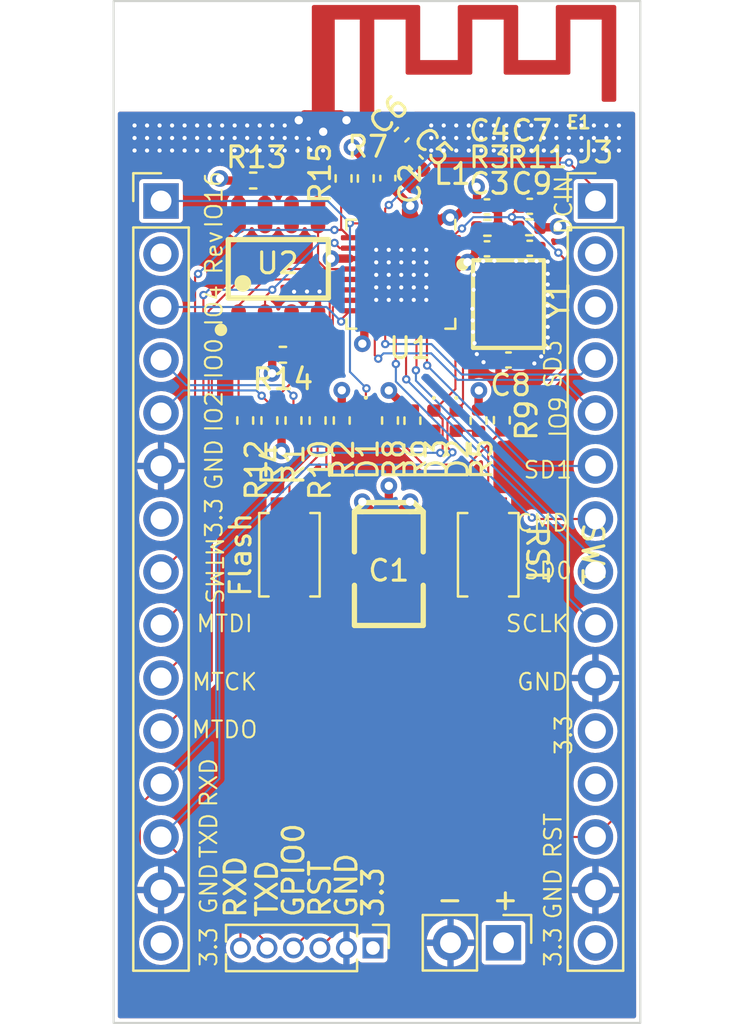
<source format=kicad_pcb>
(kicad_pcb (version 20211014) (generator pcbnew)
  (layers (0 "F.Cu" signal) (1 "In1.Cu" power) (2 "In2.Cu" power) (31 "B.Cu" signal) (34 "B.Paste" user) (35 "F.Paste" user) (36 "B.SilkS" user "B.Silkscreen") (37 "F.SilkS" user "F.Silkscreen") (38 "B.Mask" user) (39 "F.Mask" user) (44 "Edge.Cuts" user))
  (net 0 "")
  (net 1 "+3V3")
  (net 2 "GND")
  (net 3 "Net-(C5-Pad1)")
  (net 4 "Net-(C5-Pad2)")
  (net 5 "/RST")
  (net 6 "Net-(C8-Pad2)")
  (net 7 "Net-(C9-Pad2)")
  (net 8 "/GPIO16")
  (net 9 "Net-(D1-Pad2)")
  (net 10 "/TXD")
  (net 11 "Net-(D2-Pad2)")
  (net 12 "/RXD")
  (net 13 "Net-(D3-Pad2)")
  (net 14 "/GPIO0")
  (net 15 "/ADC_IN")
  (net 18 "/SD3{slash}CS")
  (net 19 "/SD2{slash}GPIO9")
  (net 20 "/SD1{slash}INT")
  (net 21 "/CMD{slash}MOSI")
  (net 22 "/SD0{slash}MISO")
  (net 23 "/SCLK")
  (net 24 "/CHIP_PU")
  (net 25 "/GPIO5")
  (net 26 "/GPIO4")
  (net 27 "/GPIO2")
  (net 28 "/MTMS")
  (net 29 "/MTDI")
  (net 30 "/MTCK")
  (net 31 "/MTDO")
  (net 33 "Net-(R3-Pad2)")
  (net 34 "Net-(R8-Pad2)")
  (net 35 "Net-(R10-Pad2)")
  (net 36 "Net-(R13-Pad1)")
  (net 37 "Net-(R14-Pad1)")
  (net 38 "Net-(R15-Pad1)")
  (footprint "Resistor_SMD:R_0402_1005Metric" (layer "F.Cu") (at 135.211499 125.887793 -90)
    (fp_text reference "R9")
    (fp_text value "470")
  )
  (footprint "Inductor_SMD:L_0402_1005Metric" (layer "F.Cu") (at 132.1 115.25)
    (fp_text reference "L1")
    (fp_text value "1.5nH")
  )
  (footprint "Resistor_SMD:R_0402_1005Metric" (layer "F.Cu") (at 129.85 125.9 -90)
    (fp_text reference "R8")
    (fp_text value "0")
  )
  (footprint "LED_SMD:LED_0402_1005Metric" (layer "F.Cu") (at 133.025109 125.907793 -90)
    (fp_text reference "D2")
    (fp_text value "TXD")
  )
  (footprint "Package_DFN_QFN:QFN-32-1EP_5x5mm_P0.5mm_EP3.45x3.45mm" (layer "F.Cu") (at 130.37 118.89 -90)
    (fp_text reference "U1")
    (fp_text value "ESP8266EX")
  )
  (footprint "Resistor_SMD:R_0402_1005Metric" (layer "F.Cu") (at 134.096719 125.907793 -90)
    (fp_text reference "R5")
    (fp_text value "1k")
  )
  (footprint "Capacitor_SMD:C_0402_1005Metric" (layer "F.Cu") (at 129.744006 114.28 -90)
    (fp_text reference "C2")
    (fp_text value "1uF")
  )
  (footprint "Capacitor_SMD:C_0402_1005Metric" (layer "F.Cu") (at 136.55 115.635 180)
    (fp_text reference "C7")
    (fp_text value "470pf")
  )
  (footprint "Resistor_SMD:R_0402_1005Metric" (layer "F.Cu") (at 136.53 116.64)
    (fp_text reference "R11")
    (fp_text value "12K")
  )
  (footprint "Connector_PinHeader_2.54mm:PinHeader_1x15_P2.54mm_Vertical" (layer "F.Cu") (at 118.872 115.38)
    (fp_text reference "J4")
    (fp_text value "Conn_01x15_Female")
  )
  (footprint "My-lib-footprints:RF_2.4GHZ_15.2MM" (layer "F.Cu") (at 128.74 110.98)
    (fp_text reference "E1")
    (fp_text value "ANTENNA-GROUNDEDTRACE-15.2MM")
  )
  (footprint "Resistor_SMD:R_0402_1005Metric" (layer "F.Cu") (at 124.714 122.75 180)
    (fp_text reference "R14")
    (fp_text value "10K")
  )
  (footprint "My-lib:Button_SMD,3x4x2mm" (layer "F.Cu") (at 125.029 132.334 -90)
    (fp_text reference "SW2")
    (fp_text value "Flash")
  )
  (footprint "Resistor_SMD:R_0402_1005Metric" (layer "F.Cu") (at 123.29 114.4 180)
    (fp_text reference "R13")
    (fp_text value "10K")
  )
  (footprint "Capacitor_SMD:C_0402_1005Metric" (layer "F.Cu") (at 134.5 117.67 180)
    (fp_text reference "C3")
    (fp_text value "10uF")
  )
  (footprint "Resistor_SMD:R_0402_1005Metric" (layer "F.Cu") (at 134.52 116.665 180)
    (fp_text reference "R3")
    (fp_text value "12K")
  )
  (footprint "lc_lib:CASE-B_3528" (layer "F.Cu") (at 129.794 132.9965 90)
    (fp_text reference "C1")
    (fp_text value "100uf")
  )
  (footprint "Capacitor_SMD:C_0402_1005Metric" (layer "F.Cu") (at 136.55 117.645 180)
    (fp_text reference "C9")
    (fp_text value "10pF")
  )
  (footprint "lc_lib:SOP-8_150MIL" (layer "F.Cu") (at 124.495 118.63)
    (fp_text reference "U2")
    (fp_text value "Flash_SOP-8_150mil")
  )
  (footprint "Connector_PinHeader_1.27mm:PinHeader_1x06_P1.27mm_Vertical" (layer "F.Cu") (at 129.032 151.18 -90)
    (fp_text reference "J2")
    (fp_text value "TTL")
  )
  (footprint "LED_SMD:LED_0402_1005Metric" (layer "F.Cu") (at 131.953499 125.907793 -90)
    (fp_text reference "D3")
    (fp_text value "RXD")
  )
  (footprint "Capacitor_SMD:C_0402_1005Metric" (layer "F.Cu") (at 135.53 123)
    (fp_text reference "C8")
    (fp_text value "10pF")
  )
  (footprint "LED_SMD:LED_0402_1005Metric" (layer "F.Cu") (at 128.693223 125.9 -90)
    (fp_text reference "D1")
    (fp_text value "3.3")
  )
  (footprint "Resistor_SMD:R_0402_1005Metric" (layer "F.Cu") (at 124.066115 125.9 -90)
    (fp_text reference "R4")
    (fp_text value "12K")
  )
  (footprint "Resistor_SMD:R_0402_1005Metric" (layer "F.Cu") (at 127.624006 114.3 -90)
    (fp_text reference "R15")
    (fp_text value "50")
  )
  (footprint "Capacitor_SMD:C_0402_1005Metric" (layer "F.Cu") (at 131.09 113.53 -45)
    (fp_text reference "C5")
    (fp_text value "8.2pF")
  )
  (footprint "My-lib:Button_SMD,3x4x2mm" (layer "F.Cu") (at 134.559 132.334 -90)
    (fp_text reference "SW1")
    (fp_text value "RST")
  )
  (footprint "Connector_PinHeader_2.54mm:PinHeader_1x02_P2.54mm_Vertical" (layer "F.Cu") (at 135.290666 150.93 -90)
    (fp_text reference "J1")
    (fp_text value "power")
  )
  (footprint "Capacitor_SMD:C_0402_1005Metric" (layer "F.Cu") (at 134.5 115.66 180)
    (fp_text reference "C4")
    (fp_text value "0.1uF")
  )
  (footprint "Resistor_SMD:R_0402_1005Metric" (layer "F.Cu") (at 126.379669 125.9 -90)
    (fp_text reference "R10")
    (fp_text value "470")
  )
  (footprint "Capacitor_SMD:C_0402_1005Metric" (layer "F.Cu") (at 130.41 112.2 -135)
    (fp_text reference "C6")
    (fp_text value "2.4pF")
  )
  (footprint "Resistor_SMD:R_0402_1005Metric" (layer "F.Cu") (at 122.909338 125.9 -90)
    (fp_text reference "R12")
    (fp_text value "12K")
  )
  (footprint "Resistor_SMD:R_0402_1005Metric" (layer "F.Cu") (at 127.536446 125.9 -90)
    (fp_text reference "R2")
    (fp_text value "470")
  )
  (footprint "Resistor_SMD:R_0402_1005Metric" (layer "F.Cu") (at 130.923499 125.907793 -90)
    (fp_text reference "R6")
    (fp_text value "1k")
  )
  (footprint "Resistor_SMD:R_0402_1005Metric" (layer "F.Cu") (at 125.222892 125.9 -90)
    (fp_text reference "R1")
    (fp_text value "12K")
  )
  (footprint "Connector_PinHeader_2.54mm:PinHeader_1x15_P2.54mm_Vertical" (layer "F.Cu") (at 139.7 115.38)
    (fp_text reference "J3")
    (fp_text value "Conn_01x15_Female")
  )
  (footprint "Resistor_SMD:R_0402_1005Metric" (layer "F.Cu") (at 128.689006 114.3 90)
    (fp_text reference "R7")
    (fp_text value "12k")
  )
  (footprint "lc_lib:SMD-3225_4P" (layer "F.Cu") (at 135.53 120.32 -90)
    (fp_text reference "Y1")
    (fp_text value "26MHz")
  )
  (gr_poly (pts (xy 133.67 118.16) (xy 133.77 118.26) (xy 133.721731 118.468706) (xy 132.442209 118.722969) (xy 132.430694 118.103748) (xy 133.57 118.11)) (layer "F.Cu") (width 0.02) (fill solid))
  (gr_poly (pts (xy 130.880551 115.398616) (xy 130.953931 115.460254) (xy 131.003829 115.532166) (xy 131.20929 116.063431) (xy 131.20929 116.841251) (xy 130.556 116.84) (xy 130.563553 116.064899) (xy 130.606113 115.712679) (xy 130.598775 115.639299) (xy 130.606113 115.545374) (xy 130.647205 115.455851) (xy 130.752872 115.394213)) (layer "F.Cu") (width 0.02) (fill solid))
  (gr_rect (start 141.85 105.79649) (end 116.6 154.77149) (layer "Edge.Cuts") (width 0.1) (fill none))
  (gr_text "RST" (at 126.492 148.336 90) (layer "F.SilkS") (effects (font (size 1 1))))
  (gr_text "-" (at 132.720666 148.844) (layer "F.SilkS") (effects (font (size 1 1))))
  (gr_text "SD0" (at 137.414 133.096) (layer "F.SilkS") (effects (font (size 0.8 0.8) (thickness 0.1))))
  (gr_text "TXD" (at 121.158 145.796 90) (layer "F.SilkS") (effects (font (size 0.8 0.8) (thickness 0.1))))
  (gr_text "GND" (at 121.412 128.016 90) (layer "F.SilkS") (effects (font (size 0.8 0.8) (thickness 0.1))))
  (gr_text "IO9\n" (at 137.922 125.73 90) (layer "F.SilkS") (effects (font (size 0.8 0.8) (thickness 0.1))))
  (gr_text "3.3\n" (at 129.032 148.502667 90) (layer "F.SilkS") (effects (font (size 1 1))))
  (gr_text "RST" (at 137.668 145.796 90) (layer "F.SilkS") (effects (font (size 0.8 0.8) (thickness 0.1))))
  (gr_text "SD1\n" (at 137.414 128.27) (layer "F.SilkS") (effects (font (size 0.8 0.8) (thickness 0.1))))
  (gr_text "GPIO0" (at 125.222 147.455048 90) (layer "F.SilkS") (effects (font (size 1 1))))
  (gr_text "MTDO\n" (at 121.92 140.716) (layer "F.SilkS") (effects (font (size 0.8 0.8) (thickness 0.1))))
  (gr_text "IO16" (at 121.412 115.316 90) (layer "F.SilkS") (effects (font (size 0.8 0.8) (thickness 0.1))))
  (gr_text "GND" (at 121.158 148.336 90) (layer "F.SilkS") (effects (font (size 0.8 0.8) (thickness 0.1))))
  (gr_text "+" (at 135.382 148.844) (layer "F.SilkS") (effects (font (size 1 1))))
  (gr_text "3.3\n" (at 137.668 151.13 90) (layer "F.SilkS") (effects (font (size 0.8 0.8) (thickness 0.1))))
  (gr_text "IO0" (at 121.412 122.936 90) (layer "F.SilkS") (effects (font (size 0.8 0.8) (thickness 0.1))))
  (gr_text "3.3\n" (at 138.176 140.97 90) (layer "F.SilkS") (effects (font (size 0.8 0.8) (thickness 0.1))))
  (gr_text "GND" (at 137.668 148.59 90) (layer "F.SilkS") (effects (font (size 0.8 0.8) (thickness 0.1))))
  (gr_text "SCLK\n" (at 136.906 135.636) (layer "F.SilkS") (effects (font (size 0.8 0.8) (thickness 0.1))))
  (gr_text "SD3" (at 137.668 123.19 90) (layer "F.SilkS") (effects (font (size 0.8 0.8) (thickness 0.1))))
  (gr_text "RXD" (at 122.441937 148.251046 90) (layer "F.SilkS") (effects (font (size 1 1))))
  (gr_text "CMD" (at 137.16 130.81) (layer "F.SilkS") (effects (font (size 0.8 0.8) (thickness 0.1))))
  (gr_text "Rev" (at 121.412 117.856 90) (layer "F.SilkS") (effects (font (size 0.8 0.8) (thickness 0.1))))
  (gr_text "IO2" (at 121.412 125.476 90) (layer "F.SilkS") (effects (font (size 0.8 0.8) (thickness 0.1))))
  (gr_text "3.3\n" (at 121.412 130.556 90) (layer "F.SilkS") (effects (font (size 0.8 0.8) (thickness 0.1))))
  (gr_text "MTCK\n" (at 121.92 138.43) (layer "F.SilkS") (effects (font (size 0.8 0.8) (thickness 0.1))))
  (gr_text "IO4" (at 121.412 120.396 90) (layer "F.SilkS") (effects (font (size 0.8 0.8) (thickness 0.1))))
  (gr_text "GND\n" (at 127.762 148.169334 90) (layer "F.SilkS") (effects (font (size 1 1))))
  (gr_text "RXD\n" (at 121.158 143.256 90) (layer "F.SilkS") (effects (font (size 0.8 0.8) (thickness 0.1))))
  (gr_text "DCIN\n" (at 138.176 115.57 90) (layer "F.SilkS") (effects (font (size 0.8 0.8) (thickness 0.1))))
  (gr_text "MTMS\n" (at 121.412 133.096 270) (layer "F.SilkS") (effects (font (size 0.8 0.8) (thickness 0.1))))
  (gr_text "3.3\n" (at 121.158 151.13 90) (layer "F.SilkS") (effects (font (size 0.8 0.8) (thickness 0.1))))
  (gr_text "GND" (at 137.16 138.43) (layer "F.SilkS") (effects (font (size 0.8 0.8) (thickness 0.1))))
  (gr_text "MTDI\n" (at 121.92 135.636) (layer "F.SilkS") (effects (font (size 0.8 0.8) (thickness 0.1))))
  (gr_text "TXD" (at 123.952 148.336 90) (layer "F.SilkS") (effects (font (size 1 1))))
  (segment (start 129.794 131.4965) (end 129.794 130.81) (width 0.4) (layer "F.Cu") (net 1))
  (segment (start 124.204 122.75) (end 124.204 123.63) (width 0.4) (layer "F.Cu") (net 1))
  (segment (start 130.923499 125.397793) (end 130.731793 125.397793) (width 0.4) (layer "F.Cu") (net 1))
  (segment (start 130.62 116.4525) (end 130.62 115.8105) (width 0.4) (layer "F.Cu") (net 1))
  (segment (start 132.8075 118.64) (end 132.8075 118.14) (width 0.4) (layer "F.Cu") (net 1))
  (segment (start 134.096719 125.397793) (end 134.096719 124.475281) (width 0.4) (layer "F.Cu") (net 1))
  (segment (start 124.066115 126.41) (end 124.65 126.41) (width 0.4) (layer "F.Cu") (net 1))
  (segment (start 132.969142 116.170378) (end 132.730378 116.170378) (width 0.4) (layer "F.Cu") (net 1))
  (segment (start 128.62 122.124) (end 128.524 122.22) (width 0.4) (layer "F.Cu") (net 1))
  (segment (start 122.59 116.03) (end 122.59 114.59) (width 0.4) (layer "F.Cu") (net 1))
  (segment (start 134.02 115.66) (end 134.02 114.72) (width 0.4) (layer "F.Cu") (net 1))
  (segment (start 137.86 116.64) (end 137.9 116.6) (width 0.4) (layer "F.Cu") (net 1))
  (segment (start 129.744006 114.76) (end 129.9695 114.76) (width 0.4) (layer "F.Cu") (net 1))
  (segment (start 124.65 126.41) (end 124.65 127.36) (width 0.4) (layer "F.Cu") (net 1))
  (segment (start 128.62 121.3275) (end 128.62 122.124) (width 0.4) (layer "F.Cu") (net 1))
  (segment (start 130.62 116.4525) (end 131.12 116.4525) (width 0.4) (layer "F.Cu") (net 1))
  (segment (start 134.096719 124.475281) (end 134.112 124.46) (width 0.4) (layer "F.Cu") (net 1))
  (segment (start 122.78 114.4) (end 121.8 114.4) (width 0.4) (layer "F.Cu") (net 1))
  (segment (start 134.02 114.72) (end 134 114.7) (width 0.4) (layer "F.Cu") (net 1))
  (segment (start 132.402122 116.170378) (end 132.730378 116.170378) (width 0.4) (layer "F.Cu") (net 1))
  (segment (start 133.47952 115.66) (end 132.969142 116.170378) (width 0.4) (layer "F.Cu") (net 1))
  (segment (start 129.9695 114.76) (end 130.82 115.6105) (width 0.4) (layer "F.Cu") (net 1))
  (segment (start 130.62 115.8105) (end 130.82 115.6105) (width 0.4) (layer "F.Cu") (net 1))
  (segment (start 129.794 131.4965) (end 129.794 131.064) (width 0.4) (layer "F.Cu") (net 1))
  (segment (start 129.794 131.064) (end 128.524 129.794) (width 0.4) (layer "F.Cu") (net 1))
  (segment (start 127.536446 125.39) (end 127.536446 124.453554) (width 0.4) (layer "F.Cu") (net 1))
  (segment (start 129.794 131.4965) (end 129.794 129.032) (width 0.4) (layer "F.Cu") (net 1))
  (segment (start 122.59 114.59) (end 122.78 114.4) (width 0.4) (layer "F.Cu") (net 1))
  (segment (start 128.689006 113.465) (end 128.689006 113.79) (width 0.4) (layer "F.Cu") (net 1))
  (segment (start 134.02 117.67) (end 134.02 117.86) (width 0.4) (layer "F.Cu") (net 1))
  (segment (start 129.794 130.81) (end 130.81 129.794) (width 0.4) (layer "F.Cu") (net 1))
  (segment (start 124.65 126.41) (end 125.222892 126.41) (width 0.4) (layer "F.Cu") (net 1))
  (segment (start 132.14452 116.42798) (end 132.402122 116.170378) (width 0.4) (layer "F.Cu") (net 1))
  (segment (start 121.8 114.4) (end 121.7 114.3) (width 0.4) (layer "F.Cu") (net 1))
  (segment (start 127.0205 118.14) (end 127.02 118.1405) (width 0.4) (layer "F.Cu") (net 1))
  (segment (start 130.731793 125.397793) (end 129.794 124.46) (width 0.4) (layer "F.Cu") (net 1))
  (segment (start 137.04 116.64) (end 137.86 116.64) (width 0.4) (layer "F.Cu") (net 1))
  (segment (start 128.024006 112.8) (end 128.689006 113.465) (width 0.4) (layer "F.Cu") (net 1))
  (segment (start 127.536446 124.453554) (end 127.54 124.45) (width 0.4) (layer "F.Cu") (net 1))
  (segment (start 134.02 115.66) (end 133.47952 115.66) (width 0.4) (layer "F.Cu") (net 1))
  (segment (start 127.9325 118.14) (end 127.0205 118.14) (width 0.4) (layer "F.Cu") (net 1))
  (segment (start 134.02 117.86) (end 133.57 118.31) (width 0.4) (layer "F.Cu") (net 1))
  (via (at 128.524 129.794) (size 0.8) (drill 0.4) (layers "F.Cu" "B.Cu") (net 1))
  (via (at 137.9 116.6) (size 0.8) (drill 0.4) (layers "F.Cu" "B.Cu") (net 1))
  (via (at 129.794 129.032) (size 0.8) (drill 0.4) (layers "F.Cu" "B.Cu") (net 1))
  (via (at 133.57 118.31) (size 0.8) (drill 0.4) (layers "F.Cu" "B.Cu") (net 1))
  (via (at 134.112 124.46) (size 0.8) (drill 0.4) (layers "F.Cu" "B.Cu") (net 1))
  (via (at 134 114.7) (size 0.8) (drill 0.4) (layers "F.Cu" "B.Cu") (net 1))
  (via (at 127.02 118.1405) (size 0.8) (drill 0.4) (layers "F.Cu" "B.Cu") (net 1))
  (via (at 124.65 127.36) (size 0.8) (drill 0.4) (layers "F.Cu" "B.Cu") (net 1))
  (via (at 124.194 123.64) (size 0.8) (drill 0.4) (layers "F.Cu" "B.Cu") (net 1))
  (via (at 130.82 115.6105) (size 0.8) (drill 0.4) (layers "F.Cu" "B.Cu") (net 1))
  (via (at 130.81 129.794) (size 0.8) (drill 0.4) (layers "F.Cu" "B.Cu") (net 1))
  (via (at 129.794 124.46) (size 0.8) (drill 0.4) (layers "F.Cu" "B.Cu") (net 1))
  (via (at 121.7 114.3) (size 0.8) (drill 0.4) (layers "F.Cu" "B.Cu") (net 1))
  (via (at 132.730378 116.170378) (size 0.8) (drill 0.4) (layers "F.Cu" "B.Cu") (net 1))
  (via (at 127.54 124.45) (size 0.8) (drill 0.4) (layers "F.Cu" "B.Cu") (net 1))
  (via (at 128.524 122.22) (size 0.8) (drill 0.4) (layers "F.Cu" "B.Cu") (net 1))
  (via (at 128.024006 112.8) (size 0.8) (drill 0.4) (layers "F.Cu" "B.Cu") (net 1))
  (segment (start 134.73 122.68) (end 135.05 123) (width 0.4) (layer "F.Cu") (net 2))
  (segment (start 126.64196 111.22892) (end 126.64196 112.055509) (width 0.4) (layer "F.Cu") (net 2))
  (segment (start 127.48492 111.22892) (end 127.762 111.506) (width 0.4) (layer "F.Cu") (net 2))
  (segment (start 126.64196 111.22892) (end 127.48492 111.22892) (width 0.4) (layer "F.Cu") (net 2))
  (segment (start 137.03 117.645) (end 137.03 117.899283) (width 0.4) (layer "F.Cu") (net 2))
  (segment (start 135.03 115.71) (end 134.98 115.66) (width 0.4) (layer "F.Cu") (net 2))
  (segment (start 135.03 116.665) (end 135.03 115.71) (width 0.4) (layer "F.Cu") (net 2))
  (segment (start 137.03 117.899283) (end 137.412532 118.281815) (width 0.4) (layer "F.Cu") (net 2))
  (segment (start 134.73 121.42) (end 134.73 122.68) (width 0.4) (layer "F.Cu") (net 2))
  (segment (start 126.64196 112.055509) (end 126.646938 112.060487) (width 0.4) (layer "F.Cu") (net 2))
  (segment (start 126.64196 111.22892) (end 125.75308 111.22892) (width 0.4) (layer "F.Cu") (net 2))
  (segment (start 134.98 116.715) (end 135.03 116.665) (width 0.4) (layer "F.Cu") (net 2))
  (segment (start 125.75308 111.22892) (end 125.476 111.506) (width 0.4) (layer "F.Cu") (net 2))
  (segment (start 134.98 117.67) (end 134.98 116.715) (width 0.4) (layer "F.Cu") (net 2))
  (via (at 131.59 119.52) (size 0.4) (drill 0.2) (layers "F.Cu" "B.Cu") (net 2))
  (via (at 125.476 111.506) (size 0.8) (drill 0.4) (layers "F.Cu" "B.Cu") (net 2))
  (via (at 135.893723 118.253477) (size 0.4) (drill 0.2) (layers "F.Cu" "B.Cu") (net 2))
  (via (at 134.826 112.96) (size 0.4) (drill 0.2) (layers "F.Cu" "B.Cu") (net 2))
  (via (at 134.318638 118.263383) (size 0.4) (drill 0.2) (layers "F.Cu" "B.Cu") (net 2))
  (via (at 119.402 112.96) (size 0.4) (drill 0.2) (layers "F.Cu" "B.Cu") (net 2))
  (via (at 127.762 111.506) (size 0.8) (drill 0.4) (layers "F.Cu" "B.Cu") (net 2))
  (via (at 131.59 118.32) (size 0.4) (drill 0.2) (layers "F.Cu" "B.Cu") (net 2))
  (via (at 131.826 111.76) (size 0.4) (drill 0.2) (layers "F.Cu" "B.Cu") (net 2))
  (via (at 130.39 119.52) (size 0.4) (drill 0.2) (layers "F.Cu" "B.Cu") (net 2))
  (via (at 118.202 111.76) (size 0.4) (drill 0.2) (layers "F.Cu" "B.Cu") (net 2))
  (via (at 130.99 120.12) (size 0.4) (drill 0.2) (layers "F.Cu" "B.Cu") (net 2))
  (via (at 123.602 111.76) (size 0.4) (drill 0.2) (layers "F.Cu" "B.Cu") (net 2))
  (via (at 139.626 112.96) (size 0.4) (drill 0.2) (layers "F.Cu" "B.Cu") (net 2))
  (via (at 118.802 111.76) (size 0.4) (drill 0.2) (layers "F.Cu" "B.Cu") (net 2))
  (via (at 139.026 112.36) (size 0.4) (drill 0.2) (layers "F.Cu" "B.Cu") (net 2))
  (via (at 124.802 111.76) (size 0.4) (drill 0.2) (layers "F.Cu" "B.Cu") (net 2))
  (via (at 125.377552 112.357155) (size 0.4) (drill 0.2) (layers "F.Cu" "B.Cu") (net 2))
  (via (at 136.626 112.96) (size 0.4) (drill 0.2) (layers "F.Cu" "B.Cu") (net 2))
  (via (at 129.79 119.52) (size 0.4) (drill 0.2) (layers "F.Cu" "B.Cu") (net 2))
  (via (at 123.602 112.96) (size 0.4) (drill 0.2) (layers "F.Cu" "B.Cu") (net 2))
  (via (at 124.802 112.36) (size 0.4) (drill 0.2) (layers "F.Cu" "B.Cu") (net 2))
  (via (at 130.99 118.92) (size 0.4) (drill 0.2) (layers "F.Cu" "B.Cu") (net 2))
  (via (at 126.646938 112.060487) (size 0.8) (drill 0.4) (layers "F.Cu" "B.Cu") (net 2))
  (via (at 137.826 112.96) (size 0.4) (drill 0.2) (layers "F.Cu" "B.Cu") (net 2))
  (via (at 133.626 112.96) (size 0.4) (drill 0.2) (layers "F.Cu" "B.Cu") (net 2))
  (via (at 129.79 117.72) (size 0.4) (drill 0.2) (layers "F.Cu" "B.Cu") (net 2))
  (via (at 132.426 112.96) (size 0.4) (drill 0.2) (layers "F.Cu" "B.Cu") (net 2))
  (via (at 122.402 111.76) (size 0.4) (drill 0.2) (layers "F.Cu" "B.Cu") (net 2))
  (via (at 119.402 111.76) (size 0.4) (drill 0.2) (layers "F.Cu" "B.Cu") (net 2))
  (via (at 137.414 122.428) (size 0.4) (drill 0.2) (layers "F.Cu" "B.Cu") (net 2))
  (via (at 139.026 112.96) (size 0.4) (drill 0.2) (layers "F.Cu" "B.Cu") (net 2))
  (via (at 118.802 112.36) (size 0.4) (drill 0.2) (layers "F.Cu" "B.Cu") (net 2))
  (via (at 129.19 118.92) (size 0.4) (drill 0.2) (layers "F.Cu" "B.Cu") (net 2))
  (via (at 139.626 111.76) (size 0.4) (drill 0.2) (layers "F.Cu" "B.Cu") (net 2))
  (via (at 137.414 120.904) (size 0.4) (drill 0.2) (layers "F.Cu" "B.Cu") (net 2))
  (via (at 135.426 112.96) (size 0.4) (drill 0.2) (layers "F.Cu" "B.Cu") (net 2))
  (via (at 136.626 112.36) (size 0.4) (drill 0.2) (layers "F.Cu" "B.Cu") (net 2))
  (via (at 140.226 112.96) (size 0.4) (drill 0.2) (layers "F.Cu" "B.Cu") (net 2))
  (via (at 121.802 112.36) (size 0.4) (drill 0.2) (layers "F.Cu" "B.Cu") (net 2))
  (via (at 137.414 121.92) (size 0.4) (drill 0.2) (layers "F.Cu" "B.Cu") (net 2))
  (via (at 133.828896 121.653147) (size 0.4) (drill 0.2) (layers "F.Cu" "B.Cu") (net 2))
  (via (at 121.202 112.36) (size 0.4) (drill 0.2) (layers "F.Cu" "B.Cu") (net 2))
  (via (at 134.334112 123.104405) (size 0.4) (drill 0.2) (layers "F.Cu" "B.Cu") (net 2))
  (via (at 136.369221 118.268336) (size 0.4) (drill 0.2) (layers "F.Cu" "B.Cu") (net 2))
  (via (at 140.226 111.76) (size 0.4) (drill 0.2) (layers "F.Cu" "B.Cu") (net 2))
  (via (at 140.826 112.96) (size 0.4) (drill 0.2) (layers "F.Cu" "B.Cu") (net 2))
  (via (at 123.602 112.36) (size 0.4) (drill 0.2) (layers "F.Cu" "B.Cu") (net 2))
  (via (at 136.770356 123.164619) (size 0.4) (drill 0.2) (layers "F.Cu" "B.Cu") (net 2))
  (via (at 117.602 112.36) (size 0.4) (drill 0.2) (layers "F.Cu" "B.Cu") (net 2))
  (via (at 126.031361 112.936668) (size 0.4) (drill 0.2) (layers "F.Cu" "B.Cu") (net 2))
  (via (at 136.026 112.96) (size 0.4) (drill 0.2) (layers "F.Cu" "B.Cu") (net 2))
  (via (at 124.202 111.76) (size 0.4) (drill 0.2) (layers "F.Cu" "B.Cu") (net 2))
  (via (at 118.202 112.36) (size 0.4) (drill 0.2) (layers "F.Cu" "B.Cu") (net 2))
  (via (at 137.414 120.396) (size 0.4) (drill 0.2) (layers "F.Cu" "B.Cu") (net 2))
  (via (at 118.802 112.96) (size 0.4) (drill 0.2) (layers "F.Cu" "B.Cu") (net 2))
  (via (at 136.026 112.36) (size 0.4) (drill 0.2) (layers "F.Cu" "B.Cu") (net 2))
  (via (at 140.226 112.36) (size 0.4) (drill 0.2) (layers "F.Cu" "B.Cu") (net 2))
  (via (at 131.59 117.72) (size 0.4) (drill 0.2) (layers "F.Cu" "B.Cu") (net 2))
  (via (at 129.19 119.52) (size 0.4) (drill 0.2) (layers "F.Cu" "B.Cu") (net 2))
  (via (at 139.026 111.76) (size 0.4) (drill 0.2) (layers "F.Cu" "B.Cu") (net 2))
  (via (at 120.602 112.36) (size 0.4) (drill 0.2) (layers "F.Cu" "B.Cu") (net 2))
  (via (at 130.39 120.12) (size 0.4) (drill 0.2) (layers "F.Cu" "B.Cu") (net 2))
  (via (at 135.426 111.76) (size 0.4) (drill 0.2) (layers "F.Cu" "B.Cu") (net 2))
  (via (at 134.226 112.96) (size 0.4) (drill 0.2) (layers "F.Cu" "B.Cu") (net 2))
  (via (at 137.226 112.36) (size 0.4) (drill 0.2) (layers "F.Cu" "B.Cu") (net 2))
  (via (at 122.402 112.96) (size 0.4) (drill 0.2) (layers "F.Cu" "B.Cu") (net 2))
  (via (at 134.226 111.76) (size 0.4) (drill 0.2) (layers "F.Cu" "B.Cu") (net 2))
  (via (at 137.414 119.888) (size 0.4) (drill 0.2) (layers "F.Cu" "B.Cu") (net 2))
  (via (at 133.814036 121.103353) (size 0.4) (drill 0.2) (layers "F.Cu" "B.Cu") (net 2))
  (via (at 121.802 111.76) (size 0.4) (drill 0.2) (layers "F.Cu" "B.Cu") (net 2))
  (via (at 124.202 112.96) (size 0.4) (drill 0.2) (layers "F.Cu" "B.Cu") (net 2))
  (via (at 121.202 112.96) (size 0.4) (drill 0.2) (layers "F.Cu" "B.Cu") (net 2))
  (via (at 133.903192 122.193035) (size 0.4) (drill 0.2) (layers "F.Cu" "B.Cu") (net 2))
  (via (at 137.100562 122.831111) (size 0.4) (drill 0.2) (layers "F.Cu" "B.Cu") (net 2))
  (via (at 123.002 112.96) (size 0.4) (drill 0.2) (layers "F.Cu" "B.Cu") (net 2))
  (via (at 133.799177 120.548606) (size 0.4) (drill 0.2) (layers "F.Cu" "B.Cu") (net 2))
  (via (at 130.39 118.92) (size 0.4) (drill 0.2) (layers "F.Cu" "B.Cu") (net 2))
  (via (at 130.39 117.72) (size 0.4) (drill 0.2) (layers "F.Cu" "B.Cu") (net 2))
  (via (at 120.002 112.36) (size 0.4) (drill 0.2) (layers "F.Cu" "B.Cu") (net 2))
  (via (at 126.640592 112.958957) (size 0.4) (drill 0.2) (layers "F.Cu" "B.Cu") (net 2))
  (via (at 125.407271 112.966386) (size 0.4) (drill 0.2) (layers "F.Cu" "B.Cu") (net 2))
  (via (at 130.99 118.32) (size 0.4) (drill 0.2) (layers "F.Cu" "B.Cu") (net 2))
  (via (at 137.414 118.872) (size 0.4) (drill 0.2) (layers "F.Cu" "B.Cu") (net 2))
  (via (at 136.874437 118.263383) (size 0.4) (drill 0.2) (layers "F.Cu" "B.Cu") (net 2))
  (via (at 140.826 112.36) (size 0.4) (drill 0.2) (layers "F.Cu" "B.Cu") (net 2))
  (via (at 137.226 111.76) (size 0.4) (drill 0.2) (layers "F.Cu" "B.Cu") (net 2))
  (via (at 134.826 111.76) (size 0.4) (drill 0.2) (layers "F.Cu" "B.Cu") (net 2))
  (via (at 130.39 118.32) (size 0.4) (drill 0.2) (layers "F.Cu" "B.Cu") (net 2))
  (via (at 125.87 119.72) (size 0.4) (drill 0.2) (layers "F.Cu" "B.Cu") (net 2))
  (via (at 131.59 118.92) (size 0.4) (drill 0.2) (layers "F.Cu" "B.Cu") (net 2))
  (via (at 136.026 111.76) (size 0.4) (drill 0.2) (layers "F.Cu" "B.Cu") (net 2))
  (via (at 139.626 112.36) (size 0.4) (drill 0.2) (layers "F.Cu" "B.Cu") (net 2))
  (via (at 122.402 112.36) (size 0.4) (drill 0.2) (layers "F.Cu" "B.Cu") (net 2))
  (via (at 125.25 119.73) (size 0.4) (drill 0.2) (layers "F.Cu" "B.Cu") (net 2))
  (via (at 132.426 111.76) (size 0.4) (drill 0.2) (layers "F.Cu" "B.Cu") (net 2))
  (via (at 117.602 112.96) (size 0.4) (drill 0.2) (layers "F.Cu" "B.Cu") (net 2))
  (via (at 137.412532 118.281815) (size 0.4) (drill 0.2) (layers "F.Cu" "B.Cu") (net 2))
  (via (at 119.402 112.36) (size 0.4) (drill 0.2) (layers "F.Cu" "B.Cu") (net 2))
  (via (at 134.226 112.36) (size 0.4) (drill 0.2) (layers "F.Cu" "B.Cu") (net 2))
  (via (at 134.853572 118.248524) (size 0.4) (drill 0.2) (layers "F.Cu" "B.Cu") (net 2))
  (via (at 137.826 112.36) (size 0.4) (drill 0.2) (layers "F.Cu" "B.Cu") (net 2))
  (via (at 133.626 112.36) (size 0.4) (drill 0.2) (layers "F.Cu" "B.Cu") (net 2))
  (via (at 129.79 118.92) (size 0.4) (drill 0.2) (layers "F.Cu" "B.Cu") (net 2))
  (via (at 133.872859 118.917192) (size 0.4) (drill 0.2) (layers "F.Cu" "B.Cu") (net 2))
  (via (at 120.002 112.96) (size 0.4) (drill 0.2) (layers "F.Cu" "B.Cu") (net 2))
  (via (at 129.79 118.32) (size 0.4) (drill 0.2) (layers "F.Cu" "B.Cu") (net 2))
  (via (at 121.802 112.96) (size 0.4) (drill 0.2) (layers "F.Cu" "B.Cu") (net 2))
  (via (at 130.99 119.52) (size 0.4) (drill 0.2) (layers "F.Cu" "B.Cu") (net 2))
  (via (at 137.226 112.96) (size 0.4) (drill 0.2) (layers "F.Cu" "B.Cu") (net 2))
  (via (at 129.79 120.12) (size 0.4) (drill 0.2) (layers "F.Cu" "B.Cu") (net 2))
  (via (at 138.426 111.76) (size 0.4) (drill 0.2) (layers "F.Cu" "B.Cu") (net 2))
  (via (at 138.426 112.96) (size 0.4) (drill 0.2) (layers "F.Cu" "B.Cu") (net 2))
  (via (at 138.426 112.36) (size 0.4) (drill 0.2) (layers "F.Cu" "B.Cu") (net 2))
  (via (at 123.002 111.76) (size 0.4) (drill 0.2) (layers "F.Cu" "B.Cu") (net 2))
  (via (at 133.026 111.76) (size 0.4) (drill 0.2) (layers "F.Cu" "B.Cu") (net 2))
  (via (at 120.002 111.76) (size 0.4) (drill 0.2) (layers "F.Cu" "B.Cu") (net 2))
  (via (at 130.99 117.72) (size 0.4) (drill 0.2) (layers "F.Cu" "B.Cu") (net 2))
  (via (at 135.426 112.36) (size 0.4) (drill 0.2) (layers "F.Cu" "B.Cu") (net 2))
  (via (at 129.19 120.12) (size 0.4) (drill 0.2) (layers "F.Cu" "B.Cu") (net 2))
  (via (at 132.426 112.36) (size 0.4) (drill 0.2) (layers "F.Cu" "B.Cu") (net 2))
  (via (at 133.626 111.76) (size 0.4) (drill 0.2) (layers "F.Cu" "B.Cu") (net 2))
  (via (at 137.414 121.412) (size 0.4) (drill 0.2) (layers "F.Cu" "B.Cu") (net 2))
  (via (at 134.01216 122.718063) (size 0.4) (drill 0.2) (layers "F.Cu" "B.Cu") (net 2))
  (via (at 133.026 112.36) (size 0.4) (drill 0.2) (layers "F.Cu" "B.Cu") (net 2))
  (via (at 136.626 111.76) (size 0.4) (drill 0.2) (layers "F.Cu" "B.Cu") (net 2))
  (via (at 125.949635 112.394304) (size 0.4) (drill 0.2) (layers "F.Cu" "B.Cu") (net 2))
  (via (at 124.802 112.96) (size 0.4) (drill 0.2) (layers "F.Cu" "B.Cu") (net 2))
  (via (at 118.202 112.96) (size 0.4) (drill 0.2) (layers "F.Cu" "B.Cu") (net 2))
  (via (at 131.826 112.36) (size 0.4) (drill 0.2) (layers "F.Cu" "B.Cu") (net 2))
  (via (at 129.19 117.72) (size 0.4) (drill 0.2) (layers "F.Cu" "B.Cu") (net 2))
  (via (at 137.414 119.38) (size 0.4) (drill 0.2) (layers "F.Cu" "B.Cu") (net 2))
  (via (at 126.47 119.72) (size 0.4) (drill 0.2) (layers "F.Cu" "B.Cu") (net 2))
  (via (at 117.602 111.76) (size 0.4) (drill 0.2) (layers "F.Cu" "B.Cu") (net 2))
  (via (at 131.59 120.12) (size 0.4) (drill 0.2) (layers "F.Cu" "B.Cu") (net 2))
  (via (at 140.826 111.76) (size 0.4) (drill 0.2) (layers "F.Cu" "B.Cu") (net 2))
  (via (at 134.826 112.36) (size 0.4) (drill 0.2) (layers "F.Cu" "B.Cu") (net 2))
  (via (at 120.602 112.96) (size 0.4) (drill 0.2) (layers "F.Cu" "B.Cu") (net 2))
  (via (at 120.602 111.76) (size 0.4) (drill 0.2) (layers "F.Cu" "B.Cu") (net 2))
  (via (at 129.19 118.32) (size 0.4) (drill 0.2) (layers "F.Cu" "B.Cu") (net 2))
  (via (at 131.826 112.96) (size 0.4) (drill 0.2) (layers "F.Cu" "B.Cu") (net 2))
  (via (at 124.202 112.36) (size 0.4) (drill 0.2) (layers "F.Cu" "B.Cu") (net 2))
  (via (at 133.858 119.634) (size 0.4) (drill 0.2) (layers "F.Cu" "B.Cu") (net 2))
  (via (at 137.826 111.76) (size 0.4) (drill 0.2) (layers "F.Cu" "B.Cu") (net 2))
  (via (at 133.026 112.96) (size 0.4) (drill 0.2) (layers "F.Cu" "B.Cu") (net 2))
  (via (at 121.202 111.76) (size 0.4) (drill 0.2) (layers "F.Cu" "B.Cu") (net 2))
  (via (at 123.002 112.36) (size 0.4) (drill 0.2) (layers "F.Cu" "B.Cu") (net 2))
  (segment (start 128.74 111.22892) (end 128.760098 111.22892) (width 0.2) (layer "F.Cu") (net 3))
  (segment (start 128.760098 111.22892) (end 130.070589 112.539411) (width 0.2) (layer "F.Cu") (net 3))
  (segment (start 130.750589 113.190589) (end 130.721767 113.190589) (width 0.2) (layer "F.Cu") (net 3))
  (segment (start 130.721767 113.190589) (end 130.070589 112.539411) (width 0.2) (layer "F.Cu") (net 3))
  (segment (start 131.615 114.055) (end 131.429411 113.869411) (width 0.2) (layer "F.Cu") (net 4))
  (segment (start 131.62 116.4525) (end 131.62 115.255) (width 0.25) (layer "F.Cu") (net 4))
  (segment (start 131.615 115.25) (end 131.615 114.055) (width 0.2) (layer "F.Cu") (net 4))
  (segment (start 131.812 145.86) (end 139.7 145.86) (width 0.1) (layer "F.Cu") (net 5))
  (segment (start 140.97 127.376594) (end 140.97 144.59) (width 0.1) (layer "F.Cu") (net 5))
  (segment (start 138.176 123.444) (end 138.176 118.11) (width 0.1) (layer "F.Cu") (net 5))
  (segment (start 135.537793 125.377793) (end 136.242207 125.377793) (width 0.1) (layer "F.Cu") (net 5))
  (segment (start 136.242207 125.377793) (end 138.176 123.444) (width 0.1) (layer "F.Cu") (net 5))
  (segment (start 135.211499 125.377793) (end 135.537793 125.377793) (width 0.1) (layer "F.Cu") (net 5))
  (segment (start 135.537793 125.377793) (end 136.906 126.746) (width 0.1) (layer "F.Cu") (net 5))
  (segment (start 136.906 126.746) (end 140.339406 126.746) (width 0.1) (layer "F.Cu") (net 5))
  (segment (start 140.97 144.59) (end 139.7 145.86) (width 0.1) (layer "F.Cu") (net 5))
  (segment (start 132.8075 117.14) (end 133.2475 116.7) (width 0.1) (layer "F.Cu") (net 5))
  (segment (start 135.695027 116.009973) (end 136.07 115.635) (width 0.1) (layer "F.Cu") (net 5))
  (segment (start 140.339406 126.746) (end 140.97 127.376594) (width 0.1) (layer "F.Cu") (net 5))
  (segment (start 133.2475 116.7) (end 133.3 116.7) (width 0.1) (layer "F.Cu") (net 5))
  (segment (start 135.695027 116.155676) (end 135.695027 116.009973) (width 0.1) (layer "F.Cu") (net 5))
  (segment (start 138.176 118.11) (end 137.922 117.856) (width 0.1) (layer "F.Cu") (net 5))
  (segment (start 135.695027 116.315027) (end 136.02 116.64) (width 0.1) (layer "F.Cu") (net 5))
  (segment (start 135.695027 116.155676) (end 135.695027 116.315027) (width 0.1) (layer "F.Cu") (net 5))
  (segment (start 126.492 151.18) (end 131.812 145.86) (width 0.1) (layer "F.Cu") (net 5))
  (via (at 133.3 116.7) (size 0.4) (drill 0.2) (layers "F.Cu" "B.Cu") (net 5))
  (via (at 135.695027 116.155676) (size 0.4) (drill 0.2) (layers "F.Cu" "B.Cu") (net 5))
  (via (at 137.922 117.856) (size 0.4) (drill 0.2) (layers "F.Cu" "B.Cu") (net 5))
  (segment (start 133.844324 116.155676) (end 135.695027 116.155676) (width 0.1) (layer "B.Cu") (net 5))
  (segment (start 136.221676 116.155676) (end 135.695027 116.155676) (width 0.1) (layer "B.Cu") (net 5))
  (segment (start 133.3 116.7) (end 133.844324 116.155676) (width 0.1) (layer "B.Cu") (net 5))
  (segment (start 137.922 117.856) (end 136.221676 116.155676) (width 0.1) (layer "B.Cu") (net 5))
  (segment (start 134.13 120.42) (end 135.46 120.42) (width 0.1) (layer "F.Cu") (net 6))
  (segment (start 132.8075 119.64) (end 133.35 119.64) (width 0.1) (layer "F.Cu") (net 6))
  (segment (start 133.35 119.64) (end 134.13 120.42) (width 0.1) (layer "F.Cu") (net 6))
  (segment (start 136.33 122.68) (end 136.33 121.42) (width 0.1) (layer "F.Cu") (net 6))
  (segment (start 136.33 121.29) (end 136.33 121.42) (width 0.1) (layer "F.Cu") (net 6))
  (segment (start 135.46 120.42) (end 136.33 121.29) (width 0.1) (layer "F.Cu") (net 6))
  (segment (start 136.01 123) (end 136.33 122.68) (width 0.1) (layer "F.Cu") (net 6))
  (segment (start 134.73 119.22) (end 134.73 118.985) (width 0.1) (layer "F.Cu") (net 7))
  (segment (start 132.8075 119.14) (end 132.8875 119.22) (width 0.1) (layer "F.Cu") (net 7))
  (segment (start 134.73 118.985) (end 136.07 117.645) (width 0.1) (layer "F.Cu") (net 7))
  (segment (start 132.8875 119.22) (end 134.73 119.22) (width 0.1) (layer "F.Cu") (net 7))
  (segment (start 128.718223 125.39) (end 129.85 125.39) (width 0.1) (layer "F.Cu") (net 8))
  (segment (start 127.9425 116.4525) (end 127.93 116.44) (width 0.1) (layer "F.Cu") (net 8))
  (segment (start 128.693223 124.386777) (end 128.693223 125.415) (width 0.1) (layer "F.Cu") (net 8))
  (segment (start 128.72 124.36) (end 128.693223 124.386777) (width 0.1) (layer "F.Cu") (net 8))
  (segment (start 128.62 116.4525) (end 127.9425 116.4525) (width 0.1) (layer "F.Cu") (net 8))
  (via (at 127.93 116.44) (size 0.4) (drill 0.2) (layers "F.Cu" "B.Cu") (net 8))
  (via (at 128.72 124.36) (size 0.4) (drill 0.2) (layers "F.Cu" "B.Cu") (net 8))
  (segment (start 127.93 116.44) (end 126.87 115.38) (width 0.1) (layer "B.Cu") (net 8))
  (segment (start 127.93 116.44) (end 127.93 123.57) (width 0.1) (layer "B.Cu") (net 8))
  (segment (start 127.93 123.57) (end 128.72 124.36) (width 0.1) (layer "B.Cu") (net 8))
  (segment (start 126.87 115.38) (end 118.872 115.38) (width 0.1) (layer "B.Cu") (net 8))
  (segment (start 133.025109 125.422793) (end 132.605589 125.842313) (width 0.1) (layer "F.Cu") (net 10))
  (segment (start 133.05144 120.14) (end 132.8075 120.14) (width 0.1) (layer "F.Cu") (net 10))
  (segment (start 123.952 150.94) (end 123.952 151.18) (width 0.1) (layer "F.Cu") (net 10))
  (segment (start 133.35 125.097902) (end 133.35 120.43856) (width 0.1) (layer "F.Cu") (net 10))
  (segment (start 133.35 120.43856) (end 133.05144 120.14) (width 0.1) (layer "F.Cu") (net 10))
  (segment (start 132.605589 125.842313) (end 132.605589 127.188325) (width 0.1) (layer "F.Cu") (net 10))
  (segment (start 118.872 145.86) (end 123.952 150.94) (width 0.1) (layer "F.Cu") (net 10))
  (segment (start 132.605589 127.188325) (end 132.842 127.424736) (width 0.1) (layer "F.Cu") (net 10))
  (segment (start 133.025109 125.422793) (end 133.35 125.097902) (width 0.1) (layer "F.Cu") (net 10))
  (via (at 132.842 127.424736) (size 0.4) (drill 0.2) (layers "F.Cu" "B.Cu") (net 10))
  (segment (start 121.666 143.066) (end 118.872 145.86) (width 0.1) (layer "B.Cu") (net 10))
  (segment (start 121.666 132.334) (end 121.666 143.066) (width 0.1) (layer "B.Cu") (net 10))
  (segment (start 132.334 128.016) (end 125.984 128.016) (width 0.1) (layer "B.Cu") (net 10))
  (segment (start 132.842 127.508) (end 132.334 128.016) (width 0.1) (layer "B.Cu") (net 10))
  (segment (start 132.842 127.424736) (end 132.842 127.508) (width 0.1) (layer "B.Cu") (net 10))
  (segment (start 125.984 128.016) (end 121.666 132.334) (width 0.1) (layer "B.Cu") (net 10))
  (segment (start 133.025109 126.392793) (end 134.071719 126.392793) (width 0.1) (layer "F.Cu") (net 11))
  (segment (start 134.071719 126.392793) (end 134.096719 126.417793) (width 0.1) (layer "F.Cu") (net 11))
  (segment (start 131.953499 125.422793) (end 132.373019 125.842313) (width 0.1) (layer "F.Cu") (net 12))
  (segment (start 132.373019 125.842313) (end 132.373019 127.338193) (width 0.1) (layer "F.Cu") (net 12))
  (segment (start 132.987501 120.820001) (end 132.987501 124.388791) (width 0.1) (layer "F.Cu") (net 12))
  (segment (start 118.295594 147.066) (end 119.275106 147.066) (width 0.1) (layer "F.Cu") (net 12))
  (segment (start 132.8075 120.64) (end 132.987501 120.820001) (width 0.1) (layer "F.Cu") (net 12))
  (segment (start 119.275106 147.066) (end 122.682 150.472894) (width 0.1) (layer "F.Cu") (net 12))
  (segment (start 122.682 150.472894) (end 122.682 151.18) (width 0.1) (layer "F.Cu") (net 12))
  (segment (start 118.872 143.32) (end 117.856 144.336) (width 0.1) (layer "F.Cu") (net 12))
  (segment (start 117.856 144.336) (end 117.856 146.626406) (width 0.1) (layer "F.Cu") (net 12))
  (segment (start 117.856 146.626406) (end 118.295594 147.066) (width 0.1) (layer "F.Cu") (net 12))
  (segment (start 132.987501 124.388791) (end 131.953499 125.422793) (width 0.1) (layer "F.Cu") (net 12))
  (segment (start 132.373019 127.338193) (end 132.261095 127.450117) (width 0.1) (layer "F.Cu") (net 12))
  (via (at 132.261095 127.450117) (size 0.4) (drill 0.2) (layers "F.Cu" "B.Cu") (net 12))
  (segment (start 132.261095 127.450117) (end 126.041883 127.450117) (width 0.1) (layer "B.Cu") (net 12))
  (segment (start 126.041883 127.450117) (end 121.516489 131.975511) (width 0.1) (layer "B.Cu") (net 12))
  (segment (start 121.516489 131.975511) (end 121.516489 140.675511) (width 0.1) (layer "B.Cu") (net 12))
  (segment (start 121.516489 140.675511) (end 118.872 143.32) (width 0.1) (layer "B.Cu") (net 12))
  (segment (start 131.928499 126.417793) (end 131.953499 126.392793) (width 0.1) (layer "F.Cu") (net 13))
  (segment (start 130.923499 126.417793) (end 131.928499 126.417793) (width 0.1) (layer "F.Cu") (net 13))
  (segment (start 125.222 125.389108) (end 125.222892 125.39) (width 0.1) (layer "F.Cu") (net 14))
  (segment (start 127.108499 122.321501) (end 127.108499 120.471501) (width 0.1) (layer "F.Cu") (net 14))
  (segment (start 125.222892 125.39) (end 126.379669 125.39) (width 0.1) (layer "F.Cu") (net 14))
  (segment (start 126.799189 149.602811) (end 126.799189 125.80952) (width 0.1) (layer "F.Cu") (net 14))
  (segment (start 126.379669 125.39) (end 126.379669 123.050331) (width 0.1) (layer "F.Cu") (net 14))
  (segment (start 126.379669 123.050331) (end 127.108499 122.321501) (width 0.1) (layer "F.Cu") (net 14))
  (segment (start 125.222 151.18) (end 126.799189 149.602811) (width 0.1) (layer "F.Cu") (net 14))
  (segment (start 125.222 124.714) (end 125.222 125.389108) (width 0.1) (layer "F.Cu") (net 14))
  (segment (start 126.799189 125.80952) (end 126.379669 125.39) (width 0.1) (layer "F.Cu") (net 14))
  (segment (start 127.108499 120.471501) (end 127.44 120.14) (width 0.1) (layer "F.Cu") (net 14))
  (segment (start 127.44 120.14) (end 127.9325 120.14) (width 0.1) (layer "F.Cu") (net 14))
  (via (at 125.222 124.714) (size 0.4) (drill 0.2) (layers "F.Cu" "B.Cu") (net 14))
  (segment (start 120.078 124.206) (end 124.714 124.206) (width 0.1) (layer "B.Cu") (net 14))
  (segment (start 124.714 124.206) (end 125.222 124.714) (width 0.1) (layer "B.Cu") (net 14))
  (segment (start 118.872 123) (end 120.078 124.206) (width 0.1) (layer "B.Cu") (net 14))
  (segment (start 138.43 113.538) (end 139.7 114.808) (width 0.1) (layer "F.Cu") (net 15))
  (segment (start 139.7 114.808) (end 139.7 115.38) (width 0.1) (layer "F.Cu") (net 15))
  (segment (start 129.62 115.744) (end 129.794 115.57) (width 0.1) (layer "F.Cu") (net 15))
  (segment (start 129.62 116.4525) (end 129.62 115.744) (width 0.1) (layer "F.Cu") (net 15))
  (via (at 129.794 115.57) (size 0.4) (drill 0.2) (layers "F.Cu" "B.Cu") (net 15))
  (via (at 138.43 113.538) (size 0.4) (drill 0.2) (layers "F.Cu" "B.Cu") (net 15))
  (segment (start 131.826 113.538) (end 138.43 113.538) (width 0.1) (layer "B.Cu") (net 15))
  (segment (start 129.794 115.57) (end 131.826 113.538) (width 0.1) (layer "B.Cu") (net 15))
  (segment (start 129.62 122.23558) (end 129.620641 122.236221) (width 0.1) (layer "F.Cu") (net 18))
  (segment (start 129.62 121.3275) (end 129.62 122.23558) (width 0.1) (layer "F.Cu") (net 18))
  (via (at 129.620641 122.236221) (size 0.4) (drill 0.2) (layers "F.Cu" "B.Cu") (net 18))
  (segment (start 139.002 123.698) (end 139.7 123) (width 0.1) (layer "B.Cu") (net 18))
  (segment (start 133.293019 123.698) (end 139.002 123.698) (width 0.1) (layer "B.Cu") (net 18))
  (segment (start 129.620641 122.236221) (end 131.83124 122.236221) (width 0.1) (layer "B.Cu") (net 18))
  (segment (start 131.83124 122.236221) (end 133.293019 123.698) (width 0.1) (layer "B.Cu") (net 18))
  (segment (start 129.12 121.3275) (end 129.12 122.77) (width 0.1) (layer "F.Cu") (net 19))
  (segment (start 129.12 122.77) (end 129.286 122.936) (width 0.1) (layer "F.Cu") (net 19))
  (via (at 129.286 122.936) (size 0.4) (drill 0.2) (layers "F.Cu" "B.Cu") (net 19))
  (segment (start 138.112 123.952) (end 139.7 125.54) (width 0.1) (layer "B.Cu") (net 19))
  (segment (start 133.096 123.952) (end 138.112 123.952) (width 0.1) (layer "B.Cu") (net 19))
  (segment (start 129.286 122.936) (end 129.54 122.682) (width 0.1) (layer "B.Cu") (net 19))
  (segment (start 129.54 122.682) (end 131.826 122.682) (width 0.1) (layer "B.Cu") (net 19))
  (segment (start 131.826 122.682) (end 133.096 123.952) (width 0.1) (layer "B.Cu") (net 19))
  (segment (start 131.62 123.252892) (end 131.631112 123.264004) (width 0.1) (layer "F.Cu") (net 20))
  (segment (start 131.62 121.3275) (end 131.62 123.252892) (width 0.1) (layer "F.Cu") (net 20))
  (via (at 131.631112 123.264004) (size 0.4) (drill 0.2) (layers "F.Cu" "B.Cu") (net 20))
  (segment (start 139.7 128.08) (end 136.447108 128.08) (width 0.1) (layer "B.Cu") (net 20))
  (segment (start 136.447108 128.08) (end 131.631112 123.264004) (width 0.1) (layer "B.Cu") (net 20))
  (segment (start 139.7 130.62) (end 136.716 130.62) (width 0.1) (layer "F.Cu") (net 21))
  (segment (start 130.12 123.178576) (end 130.131424 123.19) (width 0.1) (layer "F.Cu") (net 21))
  (segment (start 130.12 121.3275) (end 130.12 123.178576) (width 0.1) (layer "F.Cu") (net 21))
  (segment (start 136.716 130.62) (end 136.652 130.556) (width 0.1) (layer "F.Cu") (net 21))
  (via (at 136.652 130.556) (size 0.4) (drill 0.2) (layers "F.Cu" "B.Cu") (net 21))
  (via (at 130.131424 123.19) (size 0.4) (drill 0.2) (layers "F.Cu" "B.Cu") (net 21))
  (segment (start 130.131424 124.035424) (end 130.131424 123.19) (width 0.1) (layer "B.Cu") (net 21))
  (segment (start 136.652 130.556) (end 130.131424 124.035424) (width 0.1) (layer "B.Cu") (net 21))
  (segment (start 131.12 121.3275) (end 131.12 123.466053) (width 0.1) (layer "F.Cu") (net 22))
  (segment (start 131.12 123.466053) (end 131.092523 123.49353) (width 0.1) (layer "F.Cu") (net 22))
  (via (at 131.092523 123.49353) (size 0.4) (drill 0.2) (layers "F.Cu" "B.Cu") (net 22))
  (segment (start 139.7 132.598504) (end 131.092523 123.991027) (width 0.1) (layer "B.Cu") (net 22))
  (segment (start 139.7 133.16) (end 139.7 132.598504) (width 0.1) (layer "B.Cu") (net 22))
  (segment (start 131.092523 123.991027) (end 131.092523 123.49353) (width 0.1) (layer "B.Cu") (net 22))
  (segment (start 130.62 123.918116) (end 130.628935 123.927051) (width 0.1) (layer "F.Cu") (net 23))
  (segment (start 130.62 121.3275) (end 130.62 123.918116) (width 0.1) (layer "F.Cu") (net 23))
  (via (at 130.628935 123.927051) (size 0.4) (drill 0.2) (layers "F.Cu" "B.Cu") (net 23))
  (segment (start 138.43 134.43) (end 138.43 131.728116) (width 0.1) (layer "B.Cu") (net 23))
  (segment (start 138.43 131.728116) (end 130.628935 123.927051) (width 0.1) (layer "B.Cu") (net 23))
  (segment (start 139.7 135.7) (end 138.43 134.43) (width 0.1) (layer "B.Cu") (net 23))
  (segment (start 128.689006 115.481006) (end 129.12 115.912) (width 0.1) (layer "F.Cu") (net 24))
  (segment (start 128.689006 114.81) (end 128.689006 115.481006) (width 0.1) (layer "F.Cu") (net 24))
  (segment (start 129.12 115.912) (end 129.12 116.4525) (width 0.1) (layer "F.Cu") (net 24))
  (segment (start 127.508 121.158) (end 127.508 121.0645) (width 0.1) (layer "F.Cu") (net 26))
  (segment (start 127.508 121.0645) (end 127.9325 120.64) (width 0.1) (layer "F.Cu") (net 26))
  (via (at 127.508 121.158) (size 0.4) (drill 0.2) (layers "F.Cu" "B.Cu") (net 26))
  (segment (start 118.872 120.46) (end 126.81 120.46) (width 0.1) (layer "B.Cu") (net 26))
  (segment (start 126.81 120.46) (end 127.508 121.158) (width 0.1) (layer "B.Cu") (net 26))
  (segment (start 123.698 124.714) (end 124.066115 125.082115) (width 0.1) (layer "F.Cu") (net 27))
  (segment (start 124.066115 125.082115) (end 124.066115 125.39) (width 0.1) (layer "F.Cu") (net 27))
  (segment (start 126.958989 122.251011) (end 126.958989 120.051011) (width 0.1) (layer "F.Cu") (net 27))
  (segment (start 127.37 119.64) (end 127.9325 119.64) (width 0.1) (layer "F.Cu") (net 27))
  (segment (start 124.066115 125.143885) (end 126.958989 122.251011) (width 0.1) (layer "F.Cu") (net 27))
  (segment (start 124.066115 125.39) (end 124.066115 125.143885) (width 0.1) (layer "F.Cu") (net 27))
  (segment (start 126.958989 120.051011) (end 127.37 119.64) (width 0.1) (layer "F.Cu") (net 27))
  (via (at 123.698 124.714) (size 0.4) (drill 0.2) (layers "F.Cu" "B.Cu") (net 27))
  (segment (start 119.952 124.46) (end 123.444 124.46) (width 0.1) (layer "B.Cu") (net 27))
  (segment (start 118.872 125.54) (end 119.952 124.46) (width 0.1) (layer "B.Cu") (net 27))
  (segment (start 123.444 124.46) (end 123.698 124.714) (width 0.1) (layer "B.Cu") (net 27))
  (segment (start 127.69725 116.90475) (end 127.9325 117.14) (width 0.1) (layer "F.Cu") (net 28))
  (segment (start 127.624006 114.81) (end 127.508 114.926006) (width 0.1) (layer "F.Cu") (net 28))
  (segment (start 127.508 116.7155) (end 127.9325 117.14) (width 0.1) (layer "F.Cu") (net 28))
  (segment (start 118.872 133.16) (end 120.504499 131.527501) (width 0.1) (layer "F.Cu") (net 28))
  (segment (start 127.185695 116.765722) (end 127.558222 116.765722) (width 0.1) (layer "F.Cu") (net 28))
  (segment (start 127.558222 116.765722) (end 127.69725 116.90475) (width 0.1) (layer "F.Cu") (net 28))
  (segment (start 120.504499 131.527501) (end 120.504499 119.017501) (width 0.1) (layer "F.Cu") (net 28))
  (segment (start 120.504499 119.017501) (end 120.65 118.872) (width 0.1) (layer "F.Cu") (net 28))
  (segment (start 127.508 114.926006) (end 127.508 116.7155) (width 0.1) (layer "F.Cu") (net 28))
  (via (at 127.185695 116.765722) (size 0.4) (drill 0.2) (layers "F.Cu" "B.Cu") (net 28))
  (via (at 120.65 118.872) (size 0.4) (drill 0.2) (layers "F.Cu" "B.Cu") (net 28))
  (segment (start 127.185695 116.765722) (end 122.756278 116.765722) (width 0.1) (layer "B.Cu") (net 28))
  (segment (start 122.756278 116.765722) (end 120.65 118.872) (width 0.1) (layer "B.Cu") (net 28))
  (segment (start 123.86 119.98) (end 124.206 119.634) (width 0.1) (layer "F.Cu") (net 29))
  (segment (start 127.44 117.64) (end 127.19 117.39) (width 0.1) (layer "F.Cu") (net 29))
  (segment (start 118.872 135.7) (end 120.904 133.668) (width 0.1) (layer "F.Cu") (net 29))
  (segment (start 123.86 121.23) (end 123.86 119.98) (width 0.1) (layer "F.Cu") (net 29))
  (segment (start 127.9325 117.64) (end 127.44 117.64) (width 0.1) (layer "F.Cu") (net 29))
  (segment (start 120.904 133.668) (end 120.904 119.888) (width 0.1) (layer "F.Cu") (net 29))
  (via (at 120.904 119.888) (size 0.4) (drill 0.2) (layers "F.Cu" "B.Cu") (net 29))
  (via (at 124.206 119.634) (size 0.4) (drill 0.2) (layers "F.Cu" "B.Cu") (net 29))
  (via (at 127.19 117.39) (size 0.4) (drill 0.2) (layers "F.Cu" "B.Cu") (net 29))
  (segment (start 121.158 119.634) (end 124.206 119.634) (width 0.1) (layer "B.Cu") (net 29))
  (segment (start 127.19 117.39) (end 126.45 117.39) (width 0.1) (layer "B.Cu") (net 29))
  (segment (start 120.904 119.888) (end 121.158 119.634) (width 0.1) (layer "B.Cu") (net 29))
  (segment (start 126.45 117.39) (end 124.206 119.634) (width 0.1) (layer "B.Cu") (net 29))
  (segment (start 121.158 120.65) (end 123.168 118.64) (width 0.1) (layer "F.Cu") (net 30))
  (segment (start 123.168 118.64) (end 127.9325 118.64) (width 0.1) (layer "F.Cu") (net 30))
  (segment (start 127.9325 118.64) (end 127.922999 118.649501) (width 0.1) (layer "F.Cu") (net 30))
  (segment (start 118.872 138.24) (end 121.158 135.954) (width 0.1) (layer "F.Cu") (net 30))
  (segment (start 127.922999 118.649501) (end 126.793099 118.649501) (width 0.1) (layer "F.Cu") (net 30))
  (segment (start 126.4 118.256402) (end 126.4 116.03) (width 0.1) (layer "F.Cu") (net 30))
  (segment (start 121.158 135.954) (end 121.158 120.65) (width 0.1) (layer "F.Cu") (net 30))
  (segment (start 126.793099 118.649501) (end 126.4 118.256402) (width 0.1) (layer "F.Cu") (net 30))
  (segment (start 122.909338 125.39) (end 122.59 125.070662) (width 0.1) (layer "F.Cu") (net 31))
  (segment (start 123.84 119.14) (end 122.59 120.39) (width 0.1) (layer "F.Cu") (net 31))
  (segment (start 122.59 120.39) (end 122.59 121.23) (width 0.1) (layer "F.Cu") (net 31))
  (segment (start 121.30752 122.51248) (end 122.59 121.23) (width 0.1) (layer "F.Cu") (net 31))
  (segment (start 121.30752 138.34448) (end 121.30752 122.51248) (width 0.1) (layer "F.Cu") (net 31))
  (segment (start 127.9325 119.14) (end 123.84 119.14) (width 0.1) (layer "F.Cu") (net 31))
  (segment (start 122.59 125.070662) (end 122.59 121.23) (width 0.1) (layer "F.Cu") (net 31))
  (segment (start 118.872 140.78) (end 121.30752 138.34448) (width 0.1) (layer "F.Cu") (net 31))
  (segment (start 133.035 117.64) (end 134.01 116.665) (width 0.1) (layer "F.Cu") (net 33))
  (segment (start 132.8075 117.64) (end 133.035 117.64) (width 0.1) (layer "F.Cu") (net 33))
  (segment (start 132.8075 117.64) (end 133.118425 117.64) (width 0.2) (layer "F.Cu") (net 33))
  (segment (start 134.559 127.050292) (end 134.559 130.259) (width 0.1) (layer "F.Cu") (net 34))
  (segment (start 129.85 126.41) (end 131.456 128.016) (width 0.1) (layer "F.Cu") (net 34))
  (segment (start 131.456 128.016) (end 133.593292 128.016) (width 0.1) (layer "F.Cu") (net 34))
  (segment (start 133.593292 128.016) (end 135.211499 126.397793) (width 0.1) (layer "F.Cu") (net 34))
  (segment (start 135.211499 126.397793) (end 134.559 127.050292) (width 0.1) (layer "F.Cu") (net 34))
  (segment (start 126.379669 127.620331) (end 126.379669 126.41) (width 0.1) (layer "F.Cu") (net 35))
  (segment (start 125.029 130.259) (end 125.029 128.971) (width 0.1) (layer "F.Cu") (net 35))
  (segment (start 125.029 128.971) (end 126.379669 127.620331) (width 0.1) (layer "F.Cu") (net 35))
  (segment (start 123.86 116.03) (end 123.86 114.46) (width 0.25) (layer "F.Cu") (net 36))
  (segment (start 123.86 114.46) (end 123.8 114.4) (width 0.25) (layer "F.Cu") (net 36))
  (segment (start 125.986 113.79) (end 125.13 114.646) (width 0.1) (layer "F.Cu") (net 38))
  (segment (start 125.13 114.646) (end 125.13 116.03) (width 0.1) (layer "F.Cu") (net 38))
  (segment (start 127.624006 113.79) (end 125.986 113.79) (width 0.1) (layer "F.Cu") (net 38))
  (zone (net 2) (net_name "GND") (layers "F.Cu" "In1.Cu" "B.Cu") (connect_pads (clearance 0.2)) (min_thickness 0.2) (fill yes (thermal_gap 0.3) (thermal_bridge_width 0.3))
    (polygon (pts (xy 141.65 154.55) (xy 116.75 154.55) (xy 116.75 111.1) (xy 141.6 111.1)))
  )
)
</source>
